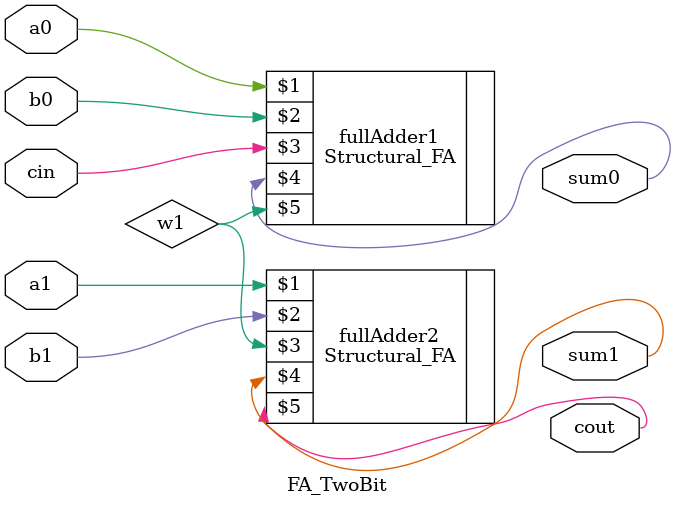
<source format=sv>
`timescale 1ns / 1ps

module FA_TwoBit( input a0, a1, b0, b1, cin, output sum0, sum1, cout );

    wire w1;

    Structural_FA fullAdder1( a0, b0, cin, sum0, w1 );
    Structural_FA fullAdder2( a1, b1, w1, sum1, cout );

endmodule

</source>
